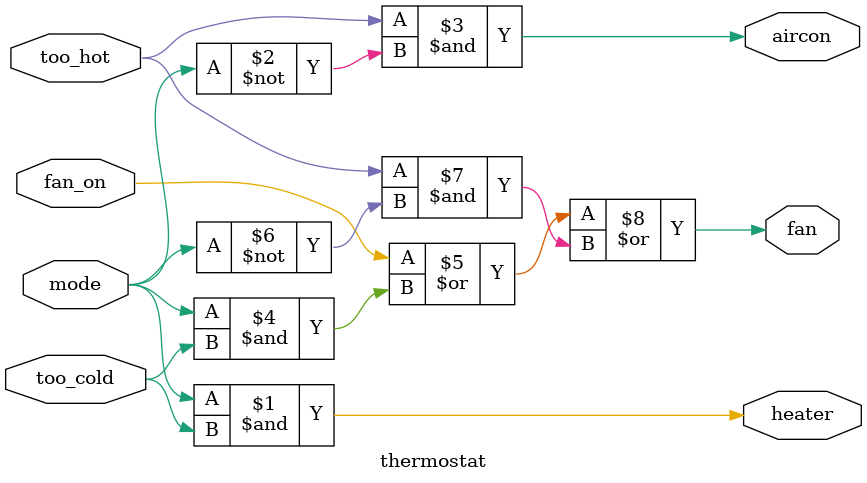
<source format=v>
module thermostat(
    input too_cold,
    input too_hot,
    input mode,
    input fan_on,
    output heater,
    output aircon,
    output fan
);
assign heater =mode &too_cold;
    assign aircon =too_hot&~(mode) ;
    assign fan =fan_on |(mode&too_cold)|(too_hot&~(mode));
endmodule

</source>
